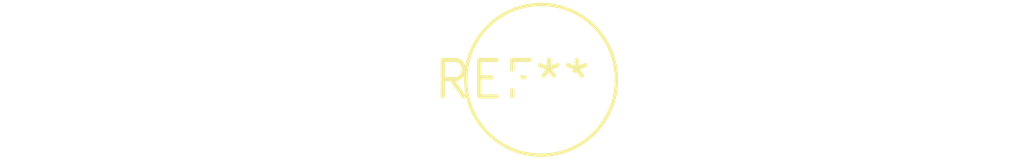
<source format=kicad_pcb>
(kicad_pcb (version 20240108) (generator pcbnew)
  (layers (0 "F.Cu" signal) (31 "B.Cu" signal) (34 "B.Paste" user) (35 "F.Paste" user) (36 "B.SilkS" user "B.Silkscreen") (37 "F.SilkS" user "F.Silkscreen") (38 "B.Mask" user) (39 "F.Mask" user) (44 "Edge.Cuts" user))
  (net 0 "")
  (footprint "C_Radial_D5.0mm_H5.0mm_P2.00mm" (layer "F.Cu") (at 0 0)
    (property "Reference" "REF**")
    (property "Value" "C_Radial_D5.0mm_H5.0mm_P2.00mm")
    (fp_circle (center 1 0) (end 3.62 0) (layer "F.SilkS") (stroke (width 0.12)) (fill none))
    (pad "1" thru_hole circle (at 0 0) (size 1.2 1.2) (drill 0.6) (layers *.Cu *.Mask) (remove_unused_layers))
    (pad "2" thru_hole circle (at 2 0) (size 1.2 1.2) (drill 0.6) (layers *.Cu *.Mask) (remove_unused_layers))
  )
)
</source>
